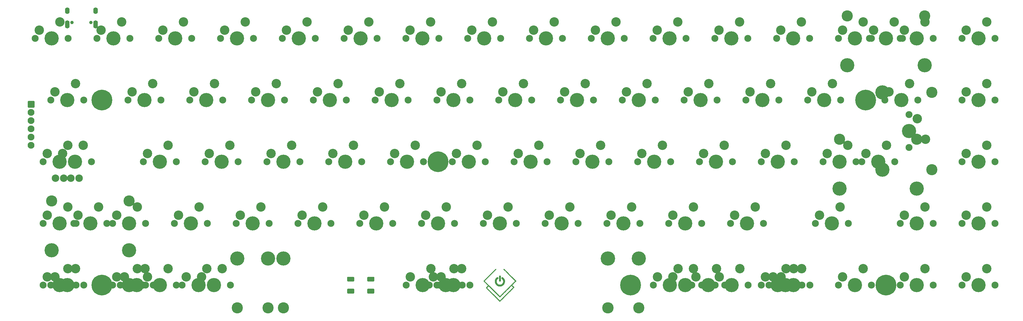
<source format=gbr>
G04 #@! TF.GenerationSoftware,KiCad,Pcbnew,(5.1.10)-1*
G04 #@! TF.CreationDate,2022-02-10T22:02:58+07:00*
G04 #@! TF.ProjectId,uso!VNC,75736f21-564e-4432-9e6b-696361645f70,rev?*
G04 #@! TF.SameCoordinates,Original*
G04 #@! TF.FileFunction,Soldermask,Top*
G04 #@! TF.FilePolarity,Negative*
%FSLAX46Y46*%
G04 Gerber Fmt 4.6, Leading zero omitted, Abs format (unit mm)*
G04 Created by KiCad (PCBNEW (5.1.10)-1) date 2022-02-10 22:02:58*
%MOMM*%
%LPD*%
G01*
G04 APERTURE LIST*
%ADD10C,0.010000*%
%ADD11C,2.900000*%
%ADD12C,4.387800*%
%ADD13C,2.150000*%
%ADD14C,2.100000*%
%ADD15C,3.448000*%
%ADD16C,2.305000*%
%ADD17C,1.050000*%
%ADD18O,1.400000X2.500000*%
%ADD19O,1.400000X2.000000*%
%ADD20C,6.400000*%
%ADD21C,1.400000*%
G04 APERTURE END LIST*
D10*
G36*
X195311213Y-111339044D02*
G01*
X195353120Y-111350503D01*
X195364380Y-111355063D01*
X195407514Y-111379683D01*
X195446013Y-111412566D01*
X195477900Y-111451539D01*
X195501199Y-111494427D01*
X195507877Y-111512855D01*
X195509608Y-111518691D01*
X195511156Y-111524799D01*
X195512530Y-111531818D01*
X195513741Y-111540386D01*
X195514799Y-111551143D01*
X195515713Y-111564727D01*
X195516495Y-111581778D01*
X195517154Y-111602934D01*
X195517701Y-111628835D01*
X195518145Y-111660120D01*
X195518496Y-111697427D01*
X195518765Y-111741395D01*
X195518963Y-111792664D01*
X195519098Y-111851873D01*
X195519182Y-111919660D01*
X195519223Y-111996664D01*
X195519234Y-112083526D01*
X195519223Y-112180882D01*
X195519214Y-112227220D01*
X195519143Y-112335969D01*
X195518979Y-112436665D01*
X195518724Y-112528980D01*
X195518381Y-112612591D01*
X195517953Y-112687172D01*
X195517443Y-112752399D01*
X195516852Y-112807946D01*
X195516184Y-112853490D01*
X195515442Y-112888704D01*
X195514627Y-112913265D01*
X195513744Y-112926846D01*
X195513424Y-112928922D01*
X195499752Y-112969703D01*
X195477571Y-113007966D01*
X195449467Y-113041995D01*
X195418240Y-113072059D01*
X195387768Y-113093720D01*
X195354629Y-113109202D01*
X195337093Y-113114996D01*
X195304288Y-113121462D01*
X195266508Y-113123847D01*
X195228394Y-113122201D01*
X195194592Y-113116570D01*
X195183812Y-113113386D01*
X195136660Y-113091253D01*
X195095026Y-113060075D01*
X195060186Y-113021401D01*
X195033421Y-112976783D01*
X195016010Y-112927772D01*
X195011528Y-112904427D01*
X195010639Y-112892332D01*
X195009825Y-112869744D01*
X195009086Y-112837577D01*
X195008422Y-112796746D01*
X195007833Y-112748165D01*
X195007319Y-112692748D01*
X195006879Y-112631410D01*
X195006514Y-112565065D01*
X195006223Y-112494628D01*
X195006007Y-112421012D01*
X195005865Y-112345132D01*
X195005798Y-112267902D01*
X195005805Y-112190237D01*
X195005886Y-112113052D01*
X195006041Y-112037259D01*
X195006270Y-111963775D01*
X195006574Y-111893512D01*
X195006951Y-111827386D01*
X195007403Y-111766311D01*
X195007928Y-111711201D01*
X195008527Y-111662970D01*
X195009200Y-111622533D01*
X195009946Y-111590804D01*
X195010766Y-111568698D01*
X195011623Y-111557371D01*
X195024568Y-111505896D01*
X195047281Y-111458931D01*
X195078611Y-111417654D01*
X195117405Y-111383247D01*
X195162511Y-111356889D01*
X195212779Y-111339760D01*
X195226757Y-111336928D01*
X195267426Y-111334300D01*
X195311213Y-111339044D01*
G37*
X195311213Y-111339044D02*
X195353120Y-111350503D01*
X195364380Y-111355063D01*
X195407514Y-111379683D01*
X195446013Y-111412566D01*
X195477900Y-111451539D01*
X195501199Y-111494427D01*
X195507877Y-111512855D01*
X195509608Y-111518691D01*
X195511156Y-111524799D01*
X195512530Y-111531818D01*
X195513741Y-111540386D01*
X195514799Y-111551143D01*
X195515713Y-111564727D01*
X195516495Y-111581778D01*
X195517154Y-111602934D01*
X195517701Y-111628835D01*
X195518145Y-111660120D01*
X195518496Y-111697427D01*
X195518765Y-111741395D01*
X195518963Y-111792664D01*
X195519098Y-111851873D01*
X195519182Y-111919660D01*
X195519223Y-111996664D01*
X195519234Y-112083526D01*
X195519223Y-112180882D01*
X195519214Y-112227220D01*
X195519143Y-112335969D01*
X195518979Y-112436665D01*
X195518724Y-112528980D01*
X195518381Y-112612591D01*
X195517953Y-112687172D01*
X195517443Y-112752399D01*
X195516852Y-112807946D01*
X195516184Y-112853490D01*
X195515442Y-112888704D01*
X195514627Y-112913265D01*
X195513744Y-112926846D01*
X195513424Y-112928922D01*
X195499752Y-112969703D01*
X195477571Y-113007966D01*
X195449467Y-113041995D01*
X195418240Y-113072059D01*
X195387768Y-113093720D01*
X195354629Y-113109202D01*
X195337093Y-113114996D01*
X195304288Y-113121462D01*
X195266508Y-113123847D01*
X195228394Y-113122201D01*
X195194592Y-113116570D01*
X195183812Y-113113386D01*
X195136660Y-113091253D01*
X195095026Y-113060075D01*
X195060186Y-113021401D01*
X195033421Y-112976783D01*
X195016010Y-112927772D01*
X195011528Y-112904427D01*
X195010639Y-112892332D01*
X195009825Y-112869744D01*
X195009086Y-112837577D01*
X195008422Y-112796746D01*
X195007833Y-112748165D01*
X195007319Y-112692748D01*
X195006879Y-112631410D01*
X195006514Y-112565065D01*
X195006223Y-112494628D01*
X195006007Y-112421012D01*
X195005865Y-112345132D01*
X195005798Y-112267902D01*
X195005805Y-112190237D01*
X195005886Y-112113052D01*
X195006041Y-112037259D01*
X195006270Y-111963775D01*
X195006574Y-111893512D01*
X195006951Y-111827386D01*
X195007403Y-111766311D01*
X195007928Y-111711201D01*
X195008527Y-111662970D01*
X195009200Y-111622533D01*
X195009946Y-111590804D01*
X195010766Y-111568698D01*
X195011623Y-111557371D01*
X195024568Y-111505896D01*
X195047281Y-111458931D01*
X195078611Y-111417654D01*
X195117405Y-111383247D01*
X195162511Y-111356889D01*
X195212779Y-111339760D01*
X195226757Y-111336928D01*
X195267426Y-111334300D01*
X195311213Y-111339044D01*
G36*
X196092158Y-111855102D02*
G01*
X196140334Y-111872344D01*
X196165424Y-111886614D01*
X196196537Y-111908184D01*
X196232134Y-111935801D01*
X196270676Y-111968212D01*
X196310624Y-112004166D01*
X196350441Y-112042407D01*
X196355829Y-112047785D01*
X196425765Y-112121794D01*
X196487099Y-112195487D01*
X196541935Y-112271789D01*
X196592373Y-112353627D01*
X196640515Y-112443927D01*
X196640932Y-112444762D01*
X196694040Y-112563882D01*
X196736510Y-112686606D01*
X196768267Y-112812213D01*
X196789235Y-112939979D01*
X196799340Y-113069182D01*
X196798506Y-113199098D01*
X196786658Y-113329006D01*
X196763722Y-113458182D01*
X196751432Y-113509461D01*
X196720133Y-113612821D01*
X196679472Y-113717928D01*
X196630694Y-113822304D01*
X196575043Y-113923474D01*
X196513763Y-114018959D01*
X196457607Y-114094517D01*
X196430696Y-114126317D01*
X196397336Y-114162794D01*
X196359987Y-114201490D01*
X196321110Y-114239944D01*
X196283165Y-114275696D01*
X196248611Y-114306285D01*
X196232837Y-114319306D01*
X196140067Y-114387486D01*
X196040147Y-114449970D01*
X195935116Y-114505787D01*
X195827013Y-114553967D01*
X195717876Y-114593541D01*
X195609744Y-114623538D01*
X195579286Y-114630221D01*
X195501515Y-114643845D01*
X195418890Y-114654007D01*
X195334949Y-114660460D01*
X195253225Y-114662961D01*
X195177256Y-114661264D01*
X195153577Y-114659704D01*
X195033296Y-114645638D01*
X194915826Y-114622281D01*
X194801505Y-114590175D01*
X194676887Y-114544511D01*
X194558161Y-114489302D01*
X194445705Y-114424998D01*
X194339897Y-114352049D01*
X194241117Y-114270908D01*
X194149743Y-114182025D01*
X194066154Y-114085849D01*
X193990727Y-113982833D01*
X193923843Y-113873427D01*
X193865878Y-113758082D01*
X193817212Y-113637248D01*
X193778224Y-113511376D01*
X193749291Y-113380917D01*
X193740510Y-113326809D01*
X193735915Y-113285378D01*
X193732666Y-113235465D01*
X193730764Y-113179926D01*
X193730210Y-113121615D01*
X193731005Y-113063388D01*
X193733148Y-113008099D01*
X193736642Y-112958604D01*
X193740416Y-112925046D01*
X193764325Y-112793329D01*
X193798855Y-112665189D01*
X193843773Y-112541183D01*
X193898844Y-112421870D01*
X193963836Y-112307807D01*
X194038513Y-112199551D01*
X194051675Y-112182382D01*
X194083256Y-112143955D01*
X194119510Y-112103511D01*
X194158986Y-112062386D01*
X194200235Y-112021915D01*
X194241806Y-111983434D01*
X194282249Y-111948279D01*
X194320115Y-111917785D01*
X194353954Y-111893288D01*
X194382315Y-111876123D01*
X194386342Y-111874101D01*
X194435992Y-111856136D01*
X194487494Y-111848753D01*
X194539104Y-111851777D01*
X194589080Y-111865035D01*
X194635680Y-111888356D01*
X194653152Y-111900591D01*
X194677681Y-111923757D01*
X194701780Y-111954093D01*
X194722659Y-111987604D01*
X194737526Y-112020291D01*
X194738309Y-112022562D01*
X194748596Y-112070032D01*
X194749442Y-112120390D01*
X194741241Y-112170730D01*
X194724384Y-112218141D01*
X194707900Y-112247646D01*
X194694887Y-112263946D01*
X194675978Y-112283567D01*
X194654520Y-112303123D01*
X194646404Y-112309826D01*
X194613915Y-112337438D01*
X194577950Y-112370766D01*
X194540690Y-112407555D01*
X194504312Y-112445549D01*
X194470994Y-112482492D01*
X194442915Y-112516130D01*
X194427708Y-112536270D01*
X194379567Y-112611913D01*
X194336713Y-112695109D01*
X194300501Y-112782693D01*
X194272285Y-112871503D01*
X194257964Y-112932967D01*
X194250268Y-112982961D01*
X194244895Y-113040241D01*
X194241994Y-113100888D01*
X194241716Y-113160981D01*
X194244211Y-113216601D01*
X194246263Y-113238987D01*
X194263426Y-113343767D01*
X194291448Y-113445734D01*
X194329966Y-113544156D01*
X194378614Y-113638298D01*
X194437028Y-113727425D01*
X194504843Y-113810805D01*
X194557475Y-113865130D01*
X194635650Y-113932579D01*
X194721440Y-113992397D01*
X194813346Y-114043827D01*
X194909868Y-114086110D01*
X195009506Y-114118487D01*
X195096971Y-114137906D01*
X195131368Y-114142426D01*
X195173725Y-114145727D01*
X195221051Y-114147780D01*
X195270352Y-114148554D01*
X195318636Y-114148020D01*
X195362911Y-114146149D01*
X195400184Y-114142912D01*
X195413758Y-114141020D01*
X195520608Y-114118107D01*
X195623274Y-114085010D01*
X195721098Y-114042163D01*
X195813422Y-113990003D01*
X195899587Y-113928965D01*
X195978935Y-113859483D01*
X196050808Y-113781994D01*
X196114546Y-113696932D01*
X196135969Y-113663573D01*
X196155672Y-113629138D01*
X196176969Y-113587923D01*
X196198049Y-113543762D01*
X196217099Y-113500490D01*
X196232309Y-113461943D01*
X196235586Y-113452658D01*
X196264028Y-113351899D01*
X196281660Y-113248865D01*
X196288590Y-113144611D01*
X196284924Y-113040197D01*
X196270771Y-112936678D01*
X196246239Y-112835114D01*
X196211434Y-112736560D01*
X196166466Y-112642076D01*
X196150066Y-112613075D01*
X196104174Y-112541215D01*
X196054424Y-112475841D01*
X195998629Y-112414409D01*
X195934601Y-112354374D01*
X195908558Y-112332148D01*
X195883592Y-112310603D01*
X195860137Y-112289070D01*
X195840463Y-112269722D01*
X195826841Y-112254731D01*
X195824512Y-112251735D01*
X195801816Y-112212182D01*
X195786294Y-112166808D01*
X195778604Y-112118975D01*
X195779405Y-112072048D01*
X195784170Y-112045984D01*
X195802461Y-111995376D01*
X195829030Y-111951190D01*
X195862623Y-111914035D01*
X195901990Y-111884523D01*
X195945879Y-111863264D01*
X195993038Y-111850867D01*
X196042215Y-111847943D01*
X196092158Y-111855102D01*
G37*
X196092158Y-111855102D02*
X196140334Y-111872344D01*
X196165424Y-111886614D01*
X196196537Y-111908184D01*
X196232134Y-111935801D01*
X196270676Y-111968212D01*
X196310624Y-112004166D01*
X196350441Y-112042407D01*
X196355829Y-112047785D01*
X196425765Y-112121794D01*
X196487099Y-112195487D01*
X196541935Y-112271789D01*
X196592373Y-112353627D01*
X196640515Y-112443927D01*
X196640932Y-112444762D01*
X196694040Y-112563882D01*
X196736510Y-112686606D01*
X196768267Y-112812213D01*
X196789235Y-112939979D01*
X196799340Y-113069182D01*
X196798506Y-113199098D01*
X196786658Y-113329006D01*
X196763722Y-113458182D01*
X196751432Y-113509461D01*
X196720133Y-113612821D01*
X196679472Y-113717928D01*
X196630694Y-113822304D01*
X196575043Y-113923474D01*
X196513763Y-114018959D01*
X196457607Y-114094517D01*
X196430696Y-114126317D01*
X196397336Y-114162794D01*
X196359987Y-114201490D01*
X196321110Y-114239944D01*
X196283165Y-114275696D01*
X196248611Y-114306285D01*
X196232837Y-114319306D01*
X196140067Y-114387486D01*
X196040147Y-114449970D01*
X195935116Y-114505787D01*
X195827013Y-114553967D01*
X195717876Y-114593541D01*
X195609744Y-114623538D01*
X195579286Y-114630221D01*
X195501515Y-114643845D01*
X195418890Y-114654007D01*
X195334949Y-114660460D01*
X195253225Y-114662961D01*
X195177256Y-114661264D01*
X195153577Y-114659704D01*
X195033296Y-114645638D01*
X194915826Y-114622281D01*
X194801505Y-114590175D01*
X194676887Y-114544511D01*
X194558161Y-114489302D01*
X194445705Y-114424998D01*
X194339897Y-114352049D01*
X194241117Y-114270908D01*
X194149743Y-114182025D01*
X194066154Y-114085849D01*
X193990727Y-113982833D01*
X193923843Y-113873427D01*
X193865878Y-113758082D01*
X193817212Y-113637248D01*
X193778224Y-113511376D01*
X193749291Y-113380917D01*
X193740510Y-113326809D01*
X193735915Y-113285378D01*
X193732666Y-113235465D01*
X193730764Y-113179926D01*
X193730210Y-113121615D01*
X193731005Y-113063388D01*
X193733148Y-113008099D01*
X193736642Y-112958604D01*
X193740416Y-112925046D01*
X193764325Y-112793329D01*
X193798855Y-112665189D01*
X193843773Y-112541183D01*
X193898844Y-112421870D01*
X193963836Y-112307807D01*
X194038513Y-112199551D01*
X194051675Y-112182382D01*
X194083256Y-112143955D01*
X194119510Y-112103511D01*
X194158986Y-112062386D01*
X194200235Y-112021915D01*
X194241806Y-111983434D01*
X194282249Y-111948279D01*
X194320115Y-111917785D01*
X194353954Y-111893288D01*
X194382315Y-111876123D01*
X194386342Y-111874101D01*
X194435992Y-111856136D01*
X194487494Y-111848753D01*
X194539104Y-111851777D01*
X194589080Y-111865035D01*
X194635680Y-111888356D01*
X194653152Y-111900591D01*
X194677681Y-111923757D01*
X194701780Y-111954093D01*
X194722659Y-111987604D01*
X194737526Y-112020291D01*
X194738309Y-112022562D01*
X194748596Y-112070032D01*
X194749442Y-112120390D01*
X194741241Y-112170730D01*
X194724384Y-112218141D01*
X194707900Y-112247646D01*
X194694887Y-112263946D01*
X194675978Y-112283567D01*
X194654520Y-112303123D01*
X194646404Y-112309826D01*
X194613915Y-112337438D01*
X194577950Y-112370766D01*
X194540690Y-112407555D01*
X194504312Y-112445549D01*
X194470994Y-112482492D01*
X194442915Y-112516130D01*
X194427708Y-112536270D01*
X194379567Y-112611913D01*
X194336713Y-112695109D01*
X194300501Y-112782693D01*
X194272285Y-112871503D01*
X194257964Y-112932967D01*
X194250268Y-112982961D01*
X194244895Y-113040241D01*
X194241994Y-113100888D01*
X194241716Y-113160981D01*
X194244211Y-113216601D01*
X194246263Y-113238987D01*
X194263426Y-113343767D01*
X194291448Y-113445734D01*
X194329966Y-113544156D01*
X194378614Y-113638298D01*
X194437028Y-113727425D01*
X194504843Y-113810805D01*
X194557475Y-113865130D01*
X194635650Y-113932579D01*
X194721440Y-113992397D01*
X194813346Y-114043827D01*
X194909868Y-114086110D01*
X195009506Y-114118487D01*
X195096971Y-114137906D01*
X195131368Y-114142426D01*
X195173725Y-114145727D01*
X195221051Y-114147780D01*
X195270352Y-114148554D01*
X195318636Y-114148020D01*
X195362911Y-114146149D01*
X195400184Y-114142912D01*
X195413758Y-114141020D01*
X195520608Y-114118107D01*
X195623274Y-114085010D01*
X195721098Y-114042163D01*
X195813422Y-113990003D01*
X195899587Y-113928965D01*
X195978935Y-113859483D01*
X196050808Y-113781994D01*
X196114546Y-113696932D01*
X196135969Y-113663573D01*
X196155672Y-113629138D01*
X196176969Y-113587923D01*
X196198049Y-113543762D01*
X196217099Y-113500490D01*
X196232309Y-113461943D01*
X196235586Y-113452658D01*
X196264028Y-113351899D01*
X196281660Y-113248865D01*
X196288590Y-113144611D01*
X196284924Y-113040197D01*
X196270771Y-112936678D01*
X196246239Y-112835114D01*
X196211434Y-112736560D01*
X196166466Y-112642076D01*
X196150066Y-112613075D01*
X196104174Y-112541215D01*
X196054424Y-112475841D01*
X195998629Y-112414409D01*
X195934601Y-112354374D01*
X195908558Y-112332148D01*
X195883592Y-112310603D01*
X195860137Y-112289070D01*
X195840463Y-112269722D01*
X195826841Y-112254731D01*
X195824512Y-112251735D01*
X195801816Y-112212182D01*
X195786294Y-112166808D01*
X195778604Y-112118975D01*
X195779405Y-112072048D01*
X195784170Y-112045984D01*
X195802461Y-111995376D01*
X195829030Y-111951190D01*
X195862623Y-111914035D01*
X195901990Y-111884523D01*
X195945879Y-111863264D01*
X195993038Y-111850867D01*
X196042215Y-111847943D01*
X196092158Y-111855102D01*
G36*
X194025230Y-109267902D02*
G01*
X194057823Y-109279028D01*
X194085891Y-109298784D01*
X194099819Y-109314930D01*
X194113091Y-109342270D01*
X194119683Y-109374643D01*
X194118926Y-109407380D01*
X194115330Y-109423235D01*
X194113663Y-109426153D01*
X194109711Y-109431289D01*
X194103270Y-109438849D01*
X194094137Y-109449038D01*
X194082107Y-109462062D01*
X194066977Y-109478127D01*
X194048543Y-109497438D01*
X194026601Y-109520202D01*
X194000947Y-109546624D01*
X193971377Y-109576909D01*
X193937687Y-109611264D01*
X193899673Y-109649895D01*
X193857131Y-109693006D01*
X193809857Y-109740805D01*
X193757648Y-109793495D01*
X193700299Y-109851284D01*
X193637607Y-109914377D01*
X193569367Y-109982980D01*
X193495376Y-110057298D01*
X193415430Y-110137538D01*
X193329324Y-110223904D01*
X193236855Y-110316603D01*
X193137819Y-110415841D01*
X193032012Y-110521823D01*
X192919230Y-110634754D01*
X192799269Y-110754842D01*
X192671925Y-110882290D01*
X192536994Y-111017306D01*
X192394273Y-111160095D01*
X192332347Y-111222045D01*
X190556387Y-112998628D01*
X195265357Y-117707598D01*
X197619847Y-115353103D01*
X199974336Y-112998608D01*
X198201163Y-111224889D01*
X198081849Y-111105516D01*
X197964548Y-110988116D01*
X197849520Y-110872948D01*
X197737025Y-110760274D01*
X197627323Y-110650357D01*
X197520673Y-110543456D01*
X197417335Y-110439833D01*
X197317569Y-110339750D01*
X197221636Y-110243467D01*
X197129794Y-110151246D01*
X197042304Y-110063349D01*
X196959425Y-109980036D01*
X196881417Y-109901570D01*
X196808540Y-109828210D01*
X196741055Y-109760219D01*
X196679220Y-109697857D01*
X196623295Y-109641387D01*
X196573540Y-109591069D01*
X196530216Y-109547165D01*
X196493582Y-109509935D01*
X196463897Y-109479642D01*
X196441422Y-109456546D01*
X196426417Y-109440909D01*
X196419140Y-109432992D01*
X196418477Y-109432113D01*
X196409804Y-109402908D01*
X196409757Y-109370487D01*
X196417671Y-109338267D01*
X196432880Y-109309667D01*
X196444977Y-109295902D01*
X196472095Y-109277926D01*
X196504404Y-109267957D01*
X196538511Y-109266479D01*
X196571020Y-109273976D01*
X196577787Y-109276959D01*
X196583227Y-109281335D01*
X196595336Y-109292434D01*
X196614176Y-109310321D01*
X196639812Y-109335058D01*
X196672309Y-109366710D01*
X196711731Y-109405341D01*
X196758140Y-109451013D01*
X196811603Y-109503791D01*
X196872182Y-109563739D01*
X196939942Y-109630919D01*
X197014947Y-109705396D01*
X197097261Y-109787234D01*
X197186948Y-109876497D01*
X197284072Y-109973247D01*
X197388698Y-110077548D01*
X197500889Y-110189465D01*
X197620709Y-110309062D01*
X197748223Y-110436401D01*
X197883495Y-110571546D01*
X198026588Y-110714561D01*
X198177568Y-110865511D01*
X198336497Y-111024458D01*
X198425474Y-111113464D01*
X200249954Y-112938675D01*
X200256841Y-112968641D01*
X200260726Y-112993328D01*
X200259331Y-113016072D01*
X200256814Y-113028573D01*
X200255784Y-113032725D01*
X200254402Y-113036934D01*
X200252280Y-113041603D01*
X200249033Y-113047134D01*
X200244273Y-113053926D01*
X200237615Y-113062383D01*
X200228672Y-113072906D01*
X200217058Y-113085895D01*
X200202386Y-113101754D01*
X200184271Y-113120882D01*
X200162324Y-113143682D01*
X200136161Y-113170556D01*
X200105395Y-113201904D01*
X200069639Y-113238129D01*
X200028507Y-113279631D01*
X199981613Y-113326812D01*
X199928570Y-113380075D01*
X199868991Y-113439819D01*
X199802491Y-113506448D01*
X199728683Y-113580362D01*
X199649877Y-113659263D01*
X199049853Y-114259987D01*
X199355803Y-114566814D01*
X199412871Y-114624067D01*
X199462408Y-114673837D01*
X199504959Y-114716707D01*
X199541070Y-114753259D01*
X199571288Y-114784079D01*
X199596157Y-114809750D01*
X199616224Y-114830855D01*
X199632034Y-114847978D01*
X199644132Y-114861703D01*
X199653065Y-114872613D01*
X199659378Y-114881293D01*
X199663617Y-114888324D01*
X199666327Y-114894292D01*
X199668055Y-114899780D01*
X199668400Y-114901155D01*
X199672042Y-114935559D01*
X199666914Y-114968436D01*
X199660728Y-114983894D01*
X199656316Y-114988702D01*
X199644066Y-115001345D01*
X199624210Y-115021587D01*
X199596985Y-115049195D01*
X199562624Y-115083931D01*
X199521363Y-115125560D01*
X199473436Y-115173848D01*
X199419077Y-115228559D01*
X199358521Y-115289458D01*
X199292004Y-115356308D01*
X199219758Y-115428875D01*
X199142020Y-115506924D01*
X199059023Y-115590218D01*
X198971002Y-115678523D01*
X198878193Y-115771603D01*
X198780829Y-115869223D01*
X198679145Y-115971148D01*
X198573375Y-116077141D01*
X198463755Y-116186968D01*
X198350519Y-116300394D01*
X198233902Y-116417182D01*
X198114137Y-116537098D01*
X197991461Y-116659906D01*
X197866107Y-116785371D01*
X197738310Y-116913257D01*
X197608304Y-117043330D01*
X197493918Y-117157755D01*
X197318704Y-117332999D01*
X197151460Y-117500236D01*
X196992102Y-117659550D01*
X196840548Y-117811023D01*
X196696713Y-117954739D01*
X196560513Y-118090782D01*
X196431865Y-118219234D01*
X196310685Y-118340180D01*
X196196889Y-118453701D01*
X196090394Y-118559882D01*
X195991116Y-118658806D01*
X195898971Y-118750557D01*
X195813874Y-118835216D01*
X195735744Y-118912868D01*
X195664495Y-118983597D01*
X195600045Y-119047484D01*
X195542309Y-119104615D01*
X195491203Y-119155071D01*
X195446644Y-119198936D01*
X195408549Y-119236294D01*
X195376833Y-119267227D01*
X195351412Y-119291820D01*
X195332204Y-119310155D01*
X195319124Y-119322315D01*
X195312088Y-119328385D01*
X195311016Y-119329096D01*
X195279210Y-119338026D01*
X195243739Y-119337585D01*
X195222544Y-119332942D01*
X195219478Y-119330961D01*
X195213330Y-119325847D01*
X195203927Y-119317427D01*
X195191097Y-119305530D01*
X195174666Y-119289985D01*
X195154462Y-119270619D01*
X195130312Y-119247261D01*
X195102044Y-119219739D01*
X195069483Y-119187882D01*
X195032458Y-119151518D01*
X194990795Y-119110475D01*
X194944322Y-119064582D01*
X194892865Y-119013668D01*
X194836253Y-118957560D01*
X194774312Y-118896087D01*
X194706869Y-118829077D01*
X194633751Y-118756359D01*
X194554786Y-118677760D01*
X194469801Y-118593111D01*
X194378622Y-118502238D01*
X194281078Y-118404970D01*
X194176995Y-118301136D01*
X194066200Y-118190563D01*
X193948520Y-118073081D01*
X193823783Y-117948518D01*
X193691816Y-117816701D01*
X193552446Y-117677460D01*
X193405500Y-117530623D01*
X193250805Y-117376018D01*
X193117746Y-117243019D01*
X192984698Y-117110005D01*
X192854037Y-116979341D01*
X192725990Y-116851253D01*
X192600785Y-116725969D01*
X192478646Y-116603718D01*
X192359803Y-116484727D01*
X192244480Y-116369224D01*
X192132906Y-116257436D01*
X192025306Y-116149592D01*
X191921908Y-116045920D01*
X191822939Y-115946646D01*
X191728625Y-115851999D01*
X191639194Y-115762207D01*
X191554871Y-115677498D01*
X191475885Y-115598098D01*
X191402461Y-115524237D01*
X191334826Y-115456142D01*
X191273208Y-115394041D01*
X191217833Y-115338161D01*
X191168928Y-115288731D01*
X191126720Y-115245977D01*
X191091435Y-115210129D01*
X191063301Y-115181413D01*
X191042544Y-115160058D01*
X191029391Y-115146291D01*
X191024069Y-115140341D01*
X191023980Y-115140192D01*
X191012795Y-115105418D01*
X191012732Y-115087691D01*
X191298398Y-115087691D01*
X193279022Y-117068413D01*
X193405081Y-117194463D01*
X193529126Y-117318468D01*
X193650914Y-117440185D01*
X193770198Y-117559370D01*
X193886734Y-117675779D01*
X194000278Y-117789169D01*
X194110584Y-117899294D01*
X194217408Y-118005913D01*
X194320505Y-118108780D01*
X194419630Y-118207652D01*
X194514538Y-118302285D01*
X194604985Y-118392436D01*
X194690727Y-118477859D01*
X194771517Y-118558313D01*
X194847111Y-118633552D01*
X194917265Y-118703333D01*
X194981734Y-118767412D01*
X195040272Y-118825546D01*
X195092636Y-118877489D01*
X195138580Y-118923000D01*
X195177860Y-118961833D01*
X195210231Y-118993745D01*
X195235447Y-119018492D01*
X195253265Y-119035830D01*
X195263439Y-119045515D01*
X195265902Y-119047613D01*
X195270288Y-119043517D01*
X195282499Y-119031582D01*
X195302294Y-119012047D01*
X195329433Y-118985152D01*
X195363677Y-118951136D01*
X195404785Y-118910240D01*
X195452517Y-118862704D01*
X195506634Y-118808768D01*
X195566894Y-118748670D01*
X195633058Y-118682652D01*
X195704886Y-118610952D01*
X195782137Y-118533812D01*
X195864573Y-118451470D01*
X195951951Y-118364167D01*
X196044033Y-118272142D01*
X196140579Y-118175636D01*
X196241348Y-118074887D01*
X196346099Y-117970137D01*
X196454594Y-117861625D01*
X196566592Y-117749590D01*
X196681853Y-117634273D01*
X196800137Y-117515913D01*
X196921203Y-117394750D01*
X197044812Y-117271025D01*
X197170723Y-117144977D01*
X197298697Y-117016845D01*
X197327496Y-116988008D01*
X199382834Y-114929927D01*
X199132049Y-114679191D01*
X198881265Y-114428455D01*
X197107556Y-116201967D01*
X196951708Y-116357780D01*
X196803792Y-116505623D01*
X196663689Y-116645615D01*
X196531278Y-116777876D01*
X196406438Y-116902527D01*
X196289049Y-117019687D01*
X196178989Y-117129477D01*
X196076138Y-117232015D01*
X195980376Y-117327421D01*
X195891581Y-117415817D01*
X195809633Y-117497321D01*
X195734411Y-117572053D01*
X195665795Y-117640134D01*
X195603663Y-117701683D01*
X195547895Y-117756820D01*
X195498370Y-117805664D01*
X195454968Y-117848337D01*
X195417568Y-117884957D01*
X195386049Y-117915644D01*
X195360290Y-117940519D01*
X195340170Y-117959701D01*
X195325570Y-117973311D01*
X195316368Y-117981467D01*
X195312627Y-117984234D01*
X195288311Y-117990576D01*
X195259691Y-117992753D01*
X195232400Y-117990597D01*
X195218635Y-117987018D01*
X195213445Y-117982571D01*
X195200420Y-117970273D01*
X195179788Y-117950349D01*
X195151779Y-117923029D01*
X195116623Y-117888540D01*
X195074547Y-117847110D01*
X195025781Y-117798966D01*
X194970555Y-117744336D01*
X194909097Y-117683447D01*
X194841637Y-117616528D01*
X194768403Y-117543807D01*
X194689625Y-117465510D01*
X194605531Y-117381865D01*
X194516352Y-117293101D01*
X194422315Y-117199445D01*
X194323650Y-117101125D01*
X194220586Y-116998367D01*
X194113352Y-116891401D01*
X194002178Y-116780454D01*
X193887292Y-116665753D01*
X193768923Y-116547527D01*
X193647301Y-116426002D01*
X193522655Y-116301407D01*
X193503048Y-116281804D01*
X191803528Y-114582561D01*
X191298398Y-115087691D01*
X191012732Y-115087691D01*
X191012670Y-115070385D01*
X191015923Y-115054877D01*
X191017716Y-115049372D01*
X191020549Y-115043314D01*
X191024969Y-115036120D01*
X191031520Y-115027210D01*
X191040747Y-115016003D01*
X191053195Y-115001916D01*
X191069409Y-114984370D01*
X191089935Y-114962783D01*
X191115317Y-114936573D01*
X191146100Y-114905159D01*
X191182830Y-114867961D01*
X191226052Y-114824396D01*
X191276310Y-114773884D01*
X191329108Y-114720899D01*
X191635020Y-114414045D01*
X190960326Y-113739146D01*
X190864468Y-113643206D01*
X190776558Y-113555107D01*
X190696420Y-113474671D01*
X190623879Y-113401720D01*
X190558761Y-113336074D01*
X190500888Y-113277556D01*
X190450087Y-113225986D01*
X190406181Y-113181185D01*
X190368994Y-113142976D01*
X190338353Y-113111179D01*
X190314080Y-113085615D01*
X190296002Y-113066106D01*
X190283941Y-113052474D01*
X190277723Y-113044539D01*
X190276875Y-113043026D01*
X190269127Y-113010367D01*
X190270817Y-112976054D01*
X190279084Y-112950090D01*
X190283966Y-112944223D01*
X190296623Y-112930623D01*
X190316743Y-112909603D01*
X190344016Y-112881473D01*
X190378128Y-112846545D01*
X190418770Y-112805131D01*
X190465629Y-112757542D01*
X190518393Y-112704089D01*
X190576751Y-112645084D01*
X190640392Y-112580838D01*
X190709003Y-112511662D01*
X190782274Y-112437869D01*
X190859893Y-112359769D01*
X190941547Y-112277674D01*
X191026927Y-112191895D01*
X191115719Y-112102743D01*
X191207612Y-112010531D01*
X191302296Y-111915569D01*
X191399458Y-111818170D01*
X191498786Y-111718643D01*
X191599969Y-111617302D01*
X191702696Y-111514456D01*
X191806655Y-111410418D01*
X191911535Y-111305499D01*
X192017023Y-111200011D01*
X192122808Y-111094264D01*
X192228579Y-110988570D01*
X192334024Y-110883242D01*
X192438831Y-110778589D01*
X192542690Y-110674924D01*
X192645287Y-110572558D01*
X192746313Y-110471802D01*
X192845455Y-110372967D01*
X192942401Y-110276366D01*
X193036840Y-110182310D01*
X193128461Y-110091109D01*
X193216951Y-110003076D01*
X193302000Y-109918522D01*
X193383296Y-109837758D01*
X193460527Y-109761096D01*
X193533381Y-109688847D01*
X193601547Y-109621322D01*
X193664714Y-109558833D01*
X193722570Y-109501692D01*
X193774802Y-109450209D01*
X193821101Y-109404697D01*
X193861154Y-109365466D01*
X193894649Y-109332828D01*
X193921275Y-109307094D01*
X193940720Y-109288576D01*
X193952674Y-109277586D01*
X193956642Y-109274419D01*
X193990655Y-109266126D01*
X194025230Y-109267902D01*
G37*
X194025230Y-109267902D02*
X194057823Y-109279028D01*
X194085891Y-109298784D01*
X194099819Y-109314930D01*
X194113091Y-109342270D01*
X194119683Y-109374643D01*
X194118926Y-109407380D01*
X194115330Y-109423235D01*
X194113663Y-109426153D01*
X194109711Y-109431289D01*
X194103270Y-109438849D01*
X194094137Y-109449038D01*
X194082107Y-109462062D01*
X194066977Y-109478127D01*
X194048543Y-109497438D01*
X194026601Y-109520202D01*
X194000947Y-109546624D01*
X193971377Y-109576909D01*
X193937687Y-109611264D01*
X193899673Y-109649895D01*
X193857131Y-109693006D01*
X193809857Y-109740805D01*
X193757648Y-109793495D01*
X193700299Y-109851284D01*
X193637607Y-109914377D01*
X193569367Y-109982980D01*
X193495376Y-110057298D01*
X193415430Y-110137538D01*
X193329324Y-110223904D01*
X193236855Y-110316603D01*
X193137819Y-110415841D01*
X193032012Y-110521823D01*
X192919230Y-110634754D01*
X192799269Y-110754842D01*
X192671925Y-110882290D01*
X192536994Y-111017306D01*
X192394273Y-111160095D01*
X192332347Y-111222045D01*
X190556387Y-112998628D01*
X195265357Y-117707598D01*
X197619847Y-115353103D01*
X199974336Y-112998608D01*
X198201163Y-111224889D01*
X198081849Y-111105516D01*
X197964548Y-110988116D01*
X197849520Y-110872948D01*
X197737025Y-110760274D01*
X197627323Y-110650357D01*
X197520673Y-110543456D01*
X197417335Y-110439833D01*
X197317569Y-110339750D01*
X197221636Y-110243467D01*
X197129794Y-110151246D01*
X197042304Y-110063349D01*
X196959425Y-109980036D01*
X196881417Y-109901570D01*
X196808540Y-109828210D01*
X196741055Y-109760219D01*
X196679220Y-109697857D01*
X196623295Y-109641387D01*
X196573540Y-109591069D01*
X196530216Y-109547165D01*
X196493582Y-109509935D01*
X196463897Y-109479642D01*
X196441422Y-109456546D01*
X196426417Y-109440909D01*
X196419140Y-109432992D01*
X196418477Y-109432113D01*
X196409804Y-109402908D01*
X196409757Y-109370487D01*
X196417671Y-109338267D01*
X196432880Y-109309667D01*
X196444977Y-109295902D01*
X196472095Y-109277926D01*
X196504404Y-109267957D01*
X196538511Y-109266479D01*
X196571020Y-109273976D01*
X196577787Y-109276959D01*
X196583227Y-109281335D01*
X196595336Y-109292434D01*
X196614176Y-109310321D01*
X196639812Y-109335058D01*
X196672309Y-109366710D01*
X196711731Y-109405341D01*
X196758140Y-109451013D01*
X196811603Y-109503791D01*
X196872182Y-109563739D01*
X196939942Y-109630919D01*
X197014947Y-109705396D01*
X197097261Y-109787234D01*
X197186948Y-109876497D01*
X197284072Y-109973247D01*
X197388698Y-110077548D01*
X197500889Y-110189465D01*
X197620709Y-110309062D01*
X197748223Y-110436401D01*
X197883495Y-110571546D01*
X198026588Y-110714561D01*
X198177568Y-110865511D01*
X198336497Y-111024458D01*
X198425474Y-111113464D01*
X200249954Y-112938675D01*
X200256841Y-112968641D01*
X200260726Y-112993328D01*
X200259331Y-113016072D01*
X200256814Y-113028573D01*
X200255784Y-113032725D01*
X200254402Y-113036934D01*
X200252280Y-113041603D01*
X200249033Y-113047134D01*
X200244273Y-113053926D01*
X200237615Y-113062383D01*
X200228672Y-113072906D01*
X200217058Y-113085895D01*
X200202386Y-113101754D01*
X200184271Y-113120882D01*
X200162324Y-113143682D01*
X200136161Y-113170556D01*
X200105395Y-113201904D01*
X200069639Y-113238129D01*
X200028507Y-113279631D01*
X199981613Y-113326812D01*
X199928570Y-113380075D01*
X199868991Y-113439819D01*
X199802491Y-113506448D01*
X199728683Y-113580362D01*
X199649877Y-113659263D01*
X199049853Y-114259987D01*
X199355803Y-114566814D01*
X199412871Y-114624067D01*
X199462408Y-114673837D01*
X199504959Y-114716707D01*
X199541070Y-114753259D01*
X199571288Y-114784079D01*
X199596157Y-114809750D01*
X199616224Y-114830855D01*
X199632034Y-114847978D01*
X199644132Y-114861703D01*
X199653065Y-114872613D01*
X199659378Y-114881293D01*
X199663617Y-114888324D01*
X199666327Y-114894292D01*
X199668055Y-114899780D01*
X199668400Y-114901155D01*
X199672042Y-114935559D01*
X199666914Y-114968436D01*
X199660728Y-114983894D01*
X199656316Y-114988702D01*
X199644066Y-115001345D01*
X199624210Y-115021587D01*
X199596985Y-115049195D01*
X199562624Y-115083931D01*
X199521363Y-115125560D01*
X199473436Y-115173848D01*
X199419077Y-115228559D01*
X199358521Y-115289458D01*
X199292004Y-115356308D01*
X199219758Y-115428875D01*
X199142020Y-115506924D01*
X199059023Y-115590218D01*
X198971002Y-115678523D01*
X198878193Y-115771603D01*
X198780829Y-115869223D01*
X198679145Y-115971148D01*
X198573375Y-116077141D01*
X198463755Y-116186968D01*
X198350519Y-116300394D01*
X198233902Y-116417182D01*
X198114137Y-116537098D01*
X197991461Y-116659906D01*
X197866107Y-116785371D01*
X197738310Y-116913257D01*
X197608304Y-117043330D01*
X197493918Y-117157755D01*
X197318704Y-117332999D01*
X197151460Y-117500236D01*
X196992102Y-117659550D01*
X196840548Y-117811023D01*
X196696713Y-117954739D01*
X196560513Y-118090782D01*
X196431865Y-118219234D01*
X196310685Y-118340180D01*
X196196889Y-118453701D01*
X196090394Y-118559882D01*
X195991116Y-118658806D01*
X195898971Y-118750557D01*
X195813874Y-118835216D01*
X195735744Y-118912868D01*
X195664495Y-118983597D01*
X195600045Y-119047484D01*
X195542309Y-119104615D01*
X195491203Y-119155071D01*
X195446644Y-119198936D01*
X195408549Y-119236294D01*
X195376833Y-119267227D01*
X195351412Y-119291820D01*
X195332204Y-119310155D01*
X195319124Y-119322315D01*
X195312088Y-119328385D01*
X195311016Y-119329096D01*
X195279210Y-119338026D01*
X195243739Y-119337585D01*
X195222544Y-119332942D01*
X195219478Y-119330961D01*
X195213330Y-119325847D01*
X195203927Y-119317427D01*
X195191097Y-119305530D01*
X195174666Y-119289985D01*
X195154462Y-119270619D01*
X195130312Y-119247261D01*
X195102044Y-119219739D01*
X195069483Y-119187882D01*
X195032458Y-119151518D01*
X194990795Y-119110475D01*
X194944322Y-119064582D01*
X194892865Y-119013668D01*
X194836253Y-118957560D01*
X194774312Y-118896087D01*
X194706869Y-118829077D01*
X194633751Y-118756359D01*
X194554786Y-118677760D01*
X194469801Y-118593111D01*
X194378622Y-118502238D01*
X194281078Y-118404970D01*
X194176995Y-118301136D01*
X194066200Y-118190563D01*
X193948520Y-118073081D01*
X193823783Y-117948518D01*
X193691816Y-117816701D01*
X193552446Y-117677460D01*
X193405500Y-117530623D01*
X193250805Y-117376018D01*
X193117746Y-117243019D01*
X192984698Y-117110005D01*
X192854037Y-116979341D01*
X192725990Y-116851253D01*
X192600785Y-116725969D01*
X192478646Y-116603718D01*
X192359803Y-116484727D01*
X192244480Y-116369224D01*
X192132906Y-116257436D01*
X192025306Y-116149592D01*
X191921908Y-116045920D01*
X191822939Y-115946646D01*
X191728625Y-115851999D01*
X191639194Y-115762207D01*
X191554871Y-115677498D01*
X191475885Y-115598098D01*
X191402461Y-115524237D01*
X191334826Y-115456142D01*
X191273208Y-115394041D01*
X191217833Y-115338161D01*
X191168928Y-115288731D01*
X191126720Y-115245977D01*
X191091435Y-115210129D01*
X191063301Y-115181413D01*
X191042544Y-115160058D01*
X191029391Y-115146291D01*
X191024069Y-115140341D01*
X191023980Y-115140192D01*
X191012795Y-115105418D01*
X191012732Y-115087691D01*
X191298398Y-115087691D01*
X193279022Y-117068413D01*
X193405081Y-117194463D01*
X193529126Y-117318468D01*
X193650914Y-117440185D01*
X193770198Y-117559370D01*
X193886734Y-117675779D01*
X194000278Y-117789169D01*
X194110584Y-117899294D01*
X194217408Y-118005913D01*
X194320505Y-118108780D01*
X194419630Y-118207652D01*
X194514538Y-118302285D01*
X194604985Y-118392436D01*
X194690727Y-118477859D01*
X194771517Y-118558313D01*
X194847111Y-118633552D01*
X194917265Y-118703333D01*
X194981734Y-118767412D01*
X195040272Y-118825546D01*
X195092636Y-118877489D01*
X195138580Y-118923000D01*
X195177860Y-118961833D01*
X195210231Y-118993745D01*
X195235447Y-119018492D01*
X195253265Y-119035830D01*
X195263439Y-119045515D01*
X195265902Y-119047613D01*
X195270288Y-119043517D01*
X195282499Y-119031582D01*
X195302294Y-119012047D01*
X195329433Y-118985152D01*
X195363677Y-118951136D01*
X195404785Y-118910240D01*
X195452517Y-118862704D01*
X195506634Y-118808768D01*
X195566894Y-118748670D01*
X195633058Y-118682652D01*
X195704886Y-118610952D01*
X195782137Y-118533812D01*
X195864573Y-118451470D01*
X195951951Y-118364167D01*
X196044033Y-118272142D01*
X196140579Y-118175636D01*
X196241348Y-118074887D01*
X196346099Y-117970137D01*
X196454594Y-117861625D01*
X196566592Y-117749590D01*
X196681853Y-117634273D01*
X196800137Y-117515913D01*
X196921203Y-117394750D01*
X197044812Y-117271025D01*
X197170723Y-117144977D01*
X197298697Y-117016845D01*
X197327496Y-116988008D01*
X199382834Y-114929927D01*
X199132049Y-114679191D01*
X198881265Y-114428455D01*
X197107556Y-116201967D01*
X196951708Y-116357780D01*
X196803792Y-116505623D01*
X196663689Y-116645615D01*
X196531278Y-116777876D01*
X196406438Y-116902527D01*
X196289049Y-117019687D01*
X196178989Y-117129477D01*
X196076138Y-117232015D01*
X195980376Y-117327421D01*
X195891581Y-117415817D01*
X195809633Y-117497321D01*
X195734411Y-117572053D01*
X195665795Y-117640134D01*
X195603663Y-117701683D01*
X195547895Y-117756820D01*
X195498370Y-117805664D01*
X195454968Y-117848337D01*
X195417568Y-117884957D01*
X195386049Y-117915644D01*
X195360290Y-117940519D01*
X195340170Y-117959701D01*
X195325570Y-117973311D01*
X195316368Y-117981467D01*
X195312627Y-117984234D01*
X195288311Y-117990576D01*
X195259691Y-117992753D01*
X195232400Y-117990597D01*
X195218635Y-117987018D01*
X195213445Y-117982571D01*
X195200420Y-117970273D01*
X195179788Y-117950349D01*
X195151779Y-117923029D01*
X195116623Y-117888540D01*
X195074547Y-117847110D01*
X195025781Y-117798966D01*
X194970555Y-117744336D01*
X194909097Y-117683447D01*
X194841637Y-117616528D01*
X194768403Y-117543807D01*
X194689625Y-117465510D01*
X194605531Y-117381865D01*
X194516352Y-117293101D01*
X194422315Y-117199445D01*
X194323650Y-117101125D01*
X194220586Y-116998367D01*
X194113352Y-116891401D01*
X194002178Y-116780454D01*
X193887292Y-116665753D01*
X193768923Y-116547527D01*
X193647301Y-116426002D01*
X193522655Y-116301407D01*
X193503048Y-116281804D01*
X191803528Y-114582561D01*
X191298398Y-115087691D01*
X191012732Y-115087691D01*
X191012670Y-115070385D01*
X191015923Y-115054877D01*
X191017716Y-115049372D01*
X191020549Y-115043314D01*
X191024969Y-115036120D01*
X191031520Y-115027210D01*
X191040747Y-115016003D01*
X191053195Y-115001916D01*
X191069409Y-114984370D01*
X191089935Y-114962783D01*
X191115317Y-114936573D01*
X191146100Y-114905159D01*
X191182830Y-114867961D01*
X191226052Y-114824396D01*
X191276310Y-114773884D01*
X191329108Y-114720899D01*
X191635020Y-114414045D01*
X190960326Y-113739146D01*
X190864468Y-113643206D01*
X190776558Y-113555107D01*
X190696420Y-113474671D01*
X190623879Y-113401720D01*
X190558761Y-113336074D01*
X190500888Y-113277556D01*
X190450087Y-113225986D01*
X190406181Y-113181185D01*
X190368994Y-113142976D01*
X190338353Y-113111179D01*
X190314080Y-113085615D01*
X190296002Y-113066106D01*
X190283941Y-113052474D01*
X190277723Y-113044539D01*
X190276875Y-113043026D01*
X190269127Y-113010367D01*
X190270817Y-112976054D01*
X190279084Y-112950090D01*
X190283966Y-112944223D01*
X190296623Y-112930623D01*
X190316743Y-112909603D01*
X190344016Y-112881473D01*
X190378128Y-112846545D01*
X190418770Y-112805131D01*
X190465629Y-112757542D01*
X190518393Y-112704089D01*
X190576751Y-112645084D01*
X190640392Y-112580838D01*
X190709003Y-112511662D01*
X190782274Y-112437869D01*
X190859893Y-112359769D01*
X190941547Y-112277674D01*
X191026927Y-112191895D01*
X191115719Y-112102743D01*
X191207612Y-112010531D01*
X191302296Y-111915569D01*
X191399458Y-111818170D01*
X191498786Y-111718643D01*
X191599969Y-111617302D01*
X191702696Y-111514456D01*
X191806655Y-111410418D01*
X191911535Y-111305499D01*
X192017023Y-111200011D01*
X192122808Y-111094264D01*
X192228579Y-110988570D01*
X192334024Y-110883242D01*
X192438831Y-110778589D01*
X192542690Y-110674924D01*
X192645287Y-110572558D01*
X192746313Y-110471802D01*
X192845455Y-110372967D01*
X192942401Y-110276366D01*
X193036840Y-110182310D01*
X193128461Y-110091109D01*
X193216951Y-110003076D01*
X193302000Y-109918522D01*
X193383296Y-109837758D01*
X193460527Y-109761096D01*
X193533381Y-109688847D01*
X193601547Y-109621322D01*
X193664714Y-109558833D01*
X193722570Y-109501692D01*
X193774802Y-109450209D01*
X193821101Y-109404697D01*
X193861154Y-109365466D01*
X193894649Y-109332828D01*
X193921275Y-109307094D01*
X193940720Y-109288576D01*
X193952674Y-109277586D01*
X193956642Y-109274419D01*
X193990655Y-109266126D01*
X194025230Y-109267902D01*
G36*
G01*
X156600720Y-111900640D02*
X156600720Y-113000640D01*
G75*
G02*
X156400720Y-113200640I-200000J0D01*
G01*
X154600720Y-113200640D01*
G75*
G02*
X154400720Y-113000640I0J200000D01*
G01*
X154400720Y-111900640D01*
G75*
G02*
X154600720Y-111700640I200000J0D01*
G01*
X156400720Y-111700640D01*
G75*
G02*
X156600720Y-111900640I0J-200000D01*
G01*
G37*
G36*
G01*
X150400720Y-115600640D02*
X150400720Y-116700640D01*
G75*
G02*
X150200720Y-116900640I-200000J0D01*
G01*
X148400720Y-116900640D01*
G75*
G02*
X148200720Y-116700640I0J200000D01*
G01*
X148200720Y-115600640D01*
G75*
G02*
X148400720Y-115400640I200000J0D01*
G01*
X150200720Y-115400640D01*
G75*
G02*
X150400720Y-115600640I0J-200000D01*
G01*
G37*
G36*
G01*
X156600720Y-115600640D02*
X156600720Y-116700640D01*
G75*
G02*
X156400720Y-116900640I-200000J0D01*
G01*
X154600720Y-116900640D01*
G75*
G02*
X154400720Y-116700640I0J200000D01*
G01*
X154400720Y-115600640D01*
G75*
G02*
X154600720Y-115400640I200000J0D01*
G01*
X156400720Y-115400640D01*
G75*
G02*
X156600720Y-115600640I0J-200000D01*
G01*
G37*
G36*
G01*
X150400720Y-111900640D02*
X150400720Y-113000640D01*
G75*
G02*
X150200720Y-113200640I-200000J0D01*
G01*
X148400720Y-113200640D01*
G75*
G02*
X148200720Y-113000640I0J200000D01*
G01*
X148200720Y-111900640D01*
G75*
G02*
X148400720Y-111700640I200000J0D01*
G01*
X150200720Y-111700640D01*
G75*
G02*
X150400720Y-111900640I0J-200000D01*
G01*
G37*
D11*
X83502500Y-90170000D03*
D12*
X80962500Y-95250000D03*
D11*
X77152500Y-92710000D03*
D13*
X75882500Y-95250000D03*
X86042500Y-95250000D03*
D11*
X62071250Y-90170000D03*
D12*
X59531250Y-95250000D03*
D11*
X55721250Y-92710000D03*
D13*
X54451250Y-95250000D03*
X64611250Y-95250000D03*
D14*
X50800000Y-66040000D03*
X50800000Y-63500000D03*
X50800000Y-71120000D03*
X50800000Y-68580000D03*
X50800000Y-60960000D03*
G36*
G01*
X51650000Y-59470000D02*
X49950000Y-59470000D01*
G75*
G02*
X49750000Y-59270000I0J200000D01*
G01*
X49750000Y-57570000D01*
G75*
G02*
X49950000Y-57370000I200000J0D01*
G01*
X51650000Y-57370000D01*
G75*
G02*
X51850000Y-57570000I0J-200000D01*
G01*
X51850000Y-59270000D01*
G75*
G02*
X51650000Y-59470000I-200000J0D01*
G01*
G37*
D13*
X286068680Y-114300640D03*
X275908680Y-114300640D03*
D11*
X277178680Y-111760640D03*
D12*
X280988680Y-114300640D03*
D11*
X283528680Y-109220640D03*
D13*
X257493560Y-114300640D03*
X247333560Y-114300640D03*
D11*
X248603560Y-111760640D03*
D12*
X252413560Y-114300640D03*
D11*
X254953560Y-109220640D03*
D13*
X288449940Y-114300560D03*
X278289940Y-114300560D03*
D11*
X279559940Y-111760560D03*
D12*
X283369940Y-114300560D03*
D11*
X285909940Y-109220560D03*
X262097010Y-109220560D03*
D12*
X259557010Y-114300560D03*
D11*
X255747010Y-111760560D03*
D13*
X254477010Y-114300560D03*
X264637010Y-114300560D03*
D12*
X228600720Y-106045640D03*
X114300720Y-106045640D03*
D15*
X228600720Y-121285640D03*
X114300720Y-121285640D03*
D13*
X176530720Y-114300640D03*
X166370720Y-114300640D03*
D11*
X167640720Y-111760640D03*
D12*
X171450720Y-114300640D03*
D11*
X173990720Y-109220640D03*
D12*
X238125760Y-106045560D03*
X123825760Y-106045560D03*
D15*
X238125760Y-121285560D03*
X123825760Y-121285560D03*
D13*
X186055760Y-114300560D03*
X175895760Y-114300560D03*
D11*
X177165760Y-111760560D03*
D12*
X180975760Y-114300560D03*
D11*
X183515760Y-109220560D03*
D13*
X107474180Y-114300560D03*
X97314180Y-114300560D03*
D11*
X98584180Y-111760560D03*
D12*
X102394180Y-114300560D03*
D11*
X104934180Y-109220560D03*
D13*
X86042840Y-114300560D03*
X75882840Y-114300560D03*
D11*
X77152840Y-111760560D03*
D12*
X80962840Y-114300560D03*
D11*
X83502840Y-109220560D03*
D13*
X95567880Y-114300640D03*
X85407880Y-114300640D03*
D11*
X86677880Y-111760640D03*
D12*
X90487880Y-114300640D03*
D11*
X93027880Y-109220640D03*
D13*
X66992760Y-114300640D03*
X56832760Y-114300640D03*
D11*
X58102760Y-111760640D03*
D12*
X61912760Y-114300640D03*
D11*
X64452760Y-109220640D03*
D16*
X65563750Y-81280000D03*
X63023750Y-81280000D03*
X58261250Y-81280320D03*
X60801250Y-81280320D03*
D11*
X297815000Y-52070000D03*
D12*
X295275000Y-57150000D03*
D11*
X291465000Y-54610000D03*
D13*
X290195000Y-57150000D03*
X300355000Y-57150000D03*
D11*
X326390000Y-90170000D03*
D12*
X323850000Y-95250000D03*
D11*
X320040000Y-92710000D03*
D13*
X318770000Y-95250000D03*
X328930000Y-95250000D03*
D11*
X314483750Y-71120000D03*
D12*
X311943750Y-76200000D03*
D11*
X308133750Y-73660000D03*
D13*
X306863750Y-76200000D03*
X317023750Y-76200000D03*
D15*
X300037500Y-69215000D03*
X323850000Y-69215000D03*
D12*
X300037500Y-84455000D03*
X323850000Y-84455000D03*
D11*
X274002500Y-90170000D03*
D12*
X271462500Y-95250000D03*
D11*
X267652500Y-92710000D03*
D13*
X266382500Y-95250000D03*
X276542500Y-95250000D03*
D11*
X283527500Y-71120000D03*
D12*
X280987500Y-76200000D03*
D11*
X277177500Y-73660000D03*
D13*
X275907500Y-76200000D03*
X286067500Y-76200000D03*
D11*
X300196250Y-90170000D03*
D12*
X297656250Y-95250000D03*
D11*
X293846250Y-92710000D03*
D13*
X292576250Y-95250000D03*
X302736250Y-95250000D03*
D11*
X169227500Y-71120000D03*
D12*
X166687500Y-76200000D03*
D11*
X162877500Y-73660000D03*
D13*
X161607500Y-76200000D03*
X171767500Y-76200000D03*
D11*
X93027500Y-71120000D03*
D12*
X90487500Y-76200000D03*
D11*
X86677500Y-73660000D03*
D13*
X85407500Y-76200000D03*
X95567500Y-76200000D03*
D11*
X321627500Y-52070000D03*
D12*
X319087500Y-57150000D03*
D11*
X315277500Y-54610000D03*
D13*
X314007500Y-57150000D03*
X324167500Y-57150000D03*
D11*
X145415000Y-52070000D03*
D12*
X142875000Y-57150000D03*
D11*
X139065000Y-54610000D03*
D13*
X137795000Y-57150000D03*
X147955000Y-57150000D03*
D11*
X159702500Y-90170000D03*
D12*
X157162500Y-95250000D03*
D11*
X153352500Y-92710000D03*
D13*
X152082500Y-95250000D03*
X162242500Y-95250000D03*
D11*
X131127500Y-71120000D03*
D12*
X128587500Y-76200000D03*
D11*
X124777500Y-73660000D03*
D13*
X123507500Y-76200000D03*
X133667500Y-76200000D03*
D11*
X126365000Y-52070000D03*
D12*
X123825000Y-57150000D03*
D11*
X120015000Y-54610000D03*
D13*
X118745000Y-57150000D03*
X128905000Y-57150000D03*
D11*
X207327500Y-71120000D03*
D12*
X204787500Y-76200000D03*
D11*
X200977500Y-73660000D03*
D13*
X199707500Y-76200000D03*
X209867500Y-76200000D03*
D11*
X164465000Y-52070000D03*
D12*
X161925000Y-57150000D03*
D11*
X158115000Y-54610000D03*
D13*
X156845000Y-57150000D03*
X167005000Y-57150000D03*
D11*
X226377500Y-71120000D03*
D12*
X223837500Y-76200000D03*
D11*
X220027500Y-73660000D03*
D13*
X218757500Y-76200000D03*
X228917500Y-76200000D03*
D11*
X112077500Y-71120000D03*
D12*
X109537500Y-76200000D03*
D11*
X105727500Y-73660000D03*
D13*
X104457500Y-76200000D03*
X114617500Y-76200000D03*
D11*
X150177500Y-71120000D03*
D12*
X147637500Y-76200000D03*
D11*
X143827500Y-73660000D03*
D13*
X142557500Y-76200000D03*
X152717500Y-76200000D03*
D11*
X107315000Y-52070000D03*
D12*
X104775000Y-57150000D03*
D11*
X100965000Y-54610000D03*
D13*
X99695000Y-57150000D03*
X109855000Y-57150000D03*
D11*
X240665000Y-52070000D03*
D12*
X238125000Y-57150000D03*
D11*
X234315000Y-54610000D03*
D13*
X233045000Y-57150000D03*
X243205000Y-57150000D03*
D11*
X102552500Y-90170000D03*
D12*
X100012500Y-95250000D03*
D11*
X96202500Y-92710000D03*
D13*
X94932500Y-95250000D03*
X105092500Y-95250000D03*
D11*
X178752500Y-90170000D03*
D12*
X176212500Y-95250000D03*
D11*
X172402500Y-92710000D03*
D13*
X171132500Y-95250000D03*
X181292500Y-95250000D03*
D11*
X140652500Y-90170000D03*
D12*
X138112500Y-95250000D03*
D11*
X134302500Y-92710000D03*
D13*
X133032500Y-95250000D03*
X143192500Y-95250000D03*
D11*
X245427500Y-71120000D03*
D12*
X242887500Y-76200000D03*
D11*
X239077500Y-73660000D03*
D13*
X237807500Y-76200000D03*
X247967500Y-76200000D03*
D11*
X278765000Y-52070000D03*
D12*
X276225000Y-57150000D03*
D11*
X272415000Y-54610000D03*
D13*
X271145000Y-57150000D03*
X281305000Y-57150000D03*
D11*
X216852500Y-90170000D03*
D12*
X214312500Y-95250000D03*
D11*
X210502500Y-92710000D03*
D13*
X209232500Y-95250000D03*
X219392500Y-95250000D03*
D11*
X183515000Y-52070000D03*
D12*
X180975000Y-57150000D03*
D11*
X177165000Y-54610000D03*
D13*
X175895000Y-57150000D03*
X186055000Y-57150000D03*
D11*
X259715000Y-52070000D03*
D12*
X257175000Y-57150000D03*
D11*
X253365000Y-54610000D03*
D13*
X252095000Y-57150000D03*
X262255000Y-57150000D03*
D11*
X202565000Y-52070000D03*
D12*
X200025000Y-57150000D03*
D11*
X196215000Y-54610000D03*
D13*
X194945000Y-57150000D03*
X205105000Y-57150000D03*
D11*
X264477500Y-71120000D03*
D12*
X261937500Y-76200000D03*
D11*
X258127500Y-73660000D03*
D13*
X256857500Y-76200000D03*
X267017500Y-76200000D03*
D11*
X235902500Y-90170000D03*
D12*
X233362500Y-95250000D03*
D11*
X229552500Y-92710000D03*
D13*
X228282500Y-95250000D03*
X238442500Y-95250000D03*
D11*
X121602500Y-90170000D03*
D12*
X119062500Y-95250000D03*
D11*
X115252500Y-92710000D03*
D13*
X113982500Y-95250000D03*
X124142500Y-95250000D03*
D11*
X221615000Y-52070000D03*
D12*
X219075000Y-57150000D03*
D11*
X215265000Y-54610000D03*
D13*
X213995000Y-57150000D03*
X224155000Y-57150000D03*
D11*
X254952500Y-90170000D03*
D12*
X252412500Y-95250000D03*
D11*
X248602500Y-92710000D03*
D13*
X247332500Y-95250000D03*
X257492500Y-95250000D03*
D11*
X197802500Y-90170000D03*
D12*
X195262500Y-95250000D03*
D11*
X191452500Y-92710000D03*
D13*
X190182500Y-95250000D03*
X200342500Y-95250000D03*
D11*
X188277500Y-71120000D03*
D12*
X185737500Y-76200000D03*
D11*
X181927500Y-73660000D03*
D13*
X180657500Y-76200000D03*
X190817500Y-76200000D03*
D11*
X88265000Y-52070000D03*
D12*
X85725000Y-57150000D03*
D11*
X81915000Y-54610000D03*
D13*
X80645000Y-57150000D03*
X90805000Y-57150000D03*
D11*
X302578760Y-71120960D03*
D12*
X300038760Y-76200960D03*
D11*
X296228760Y-73660960D03*
D13*
X294958760Y-76200960D03*
X305118760Y-76200960D03*
D12*
X313215100Y-54737840D03*
X313215100Y-78613840D03*
D15*
X328455100Y-54737840D03*
X328455100Y-78613840D03*
D13*
X321470100Y-71755840D03*
X321470100Y-61595840D03*
D11*
X324010100Y-62865840D03*
D12*
X321470100Y-66675840D03*
D11*
X326550100Y-69215840D03*
D13*
X112236250Y-114300000D03*
X102076250Y-114300000D03*
D11*
X103346250Y-111760000D03*
D12*
X107156250Y-114300000D03*
D11*
X109696250Y-109220000D03*
D13*
X64611250Y-114300000D03*
X54451250Y-114300000D03*
D11*
X55721250Y-111760000D03*
D12*
X59531250Y-114300000D03*
D11*
X62071250Y-109220000D03*
X66833750Y-71120000D03*
D12*
X64293750Y-76200000D03*
D11*
X60483750Y-73660000D03*
D13*
X59213750Y-76200000D03*
X69373750Y-76200000D03*
D11*
X71596250Y-90170000D03*
D12*
X69056250Y-95250000D03*
D11*
X65246250Y-92710000D03*
D13*
X63976250Y-95250000D03*
X74136250Y-95250000D03*
D15*
X57150000Y-88265000D03*
X80962500Y-88265000D03*
D12*
X57150000Y-103505000D03*
X80962500Y-103505000D03*
D11*
X62071250Y-71120320D03*
D12*
X59531250Y-76200320D03*
D11*
X55721250Y-73660320D03*
D13*
X54451250Y-76200320D03*
X64611250Y-76200320D03*
X88423750Y-114300000D03*
X78263750Y-114300000D03*
D11*
X79533750Y-111760000D03*
D12*
X83343750Y-114300000D03*
D11*
X85883750Y-109220000D03*
D17*
X69184000Y-33199400D03*
X63404000Y-33199400D03*
D18*
X61974000Y-33729400D03*
X70614000Y-33729400D03*
D19*
X61974000Y-29549400D03*
X70614000Y-29549400D03*
D11*
X326390000Y-33020000D03*
D12*
X323850000Y-38100000D03*
D11*
X320040000Y-35560000D03*
D13*
X318770000Y-38100000D03*
X328930000Y-38100000D03*
D11*
X307340000Y-33020000D03*
D12*
X304800000Y-38100000D03*
D11*
X300990000Y-35560000D03*
D13*
X299720000Y-38100000D03*
X309880000Y-38100000D03*
D11*
X288290000Y-33020000D03*
D12*
X285750000Y-38100000D03*
D11*
X281940000Y-35560000D03*
D13*
X280670000Y-38100000D03*
X290830000Y-38100000D03*
D11*
X269240000Y-33020000D03*
D12*
X266700000Y-38100000D03*
D11*
X262890000Y-35560000D03*
D13*
X261620000Y-38100000D03*
X271780000Y-38100000D03*
D11*
X250190000Y-33020000D03*
D12*
X247650000Y-38100000D03*
D11*
X243840000Y-35560000D03*
D13*
X242570000Y-38100000D03*
X252730000Y-38100000D03*
D11*
X231140000Y-33020000D03*
D12*
X228600000Y-38100000D03*
D11*
X224790000Y-35560000D03*
D13*
X223520000Y-38100000D03*
X233680000Y-38100000D03*
D11*
X212090000Y-33020000D03*
D12*
X209550000Y-38100000D03*
D11*
X205740000Y-35560000D03*
D13*
X204470000Y-38100000D03*
X214630000Y-38100000D03*
D11*
X193040000Y-33020000D03*
D12*
X190500000Y-38100000D03*
D11*
X186690000Y-35560000D03*
D13*
X185420000Y-38100000D03*
X195580000Y-38100000D03*
D11*
X173990000Y-33020000D03*
D12*
X171450000Y-38100000D03*
D11*
X167640000Y-35560000D03*
D13*
X166370000Y-38100000D03*
X176530000Y-38100000D03*
D11*
X154940000Y-33020000D03*
D12*
X152400000Y-38100000D03*
D11*
X148590000Y-35560000D03*
D13*
X147320000Y-38100000D03*
X157480000Y-38100000D03*
D11*
X135890000Y-33020000D03*
D12*
X133350000Y-38100000D03*
D11*
X129540000Y-35560000D03*
D13*
X128270000Y-38100000D03*
X138430000Y-38100000D03*
D11*
X116840000Y-33020000D03*
D12*
X114300000Y-38100000D03*
D11*
X110490000Y-35560000D03*
D13*
X109220000Y-38100000D03*
X119380000Y-38100000D03*
D11*
X97790000Y-33020000D03*
D12*
X95250000Y-38100000D03*
D11*
X91440000Y-35560000D03*
D13*
X90170000Y-38100000D03*
X100330000Y-38100000D03*
D11*
X78740000Y-33020000D03*
D12*
X76200000Y-38100000D03*
D11*
X72390000Y-35560000D03*
D13*
X71120000Y-38100000D03*
X81280000Y-38100000D03*
D11*
X59690000Y-33020032D03*
D12*
X57150000Y-38100032D03*
D11*
X53340000Y-35560032D03*
D13*
X52070000Y-38100032D03*
X62230000Y-38100032D03*
D11*
X64452500Y-52070000D03*
D12*
X61912500Y-57150000D03*
D11*
X58102500Y-54610000D03*
D13*
X56832500Y-57150000D03*
X66992500Y-57150000D03*
D12*
X228593650Y-106045000D03*
X128593850Y-106045000D03*
D15*
X228593650Y-121285000D03*
X128593850Y-121285000D03*
D13*
X183673750Y-114300000D03*
X173513750Y-114300000D03*
D11*
X174783750Y-111760000D03*
D12*
X178593750Y-114300000D03*
D11*
X181133750Y-109220000D03*
X288291200Y-109221440D03*
D12*
X285751200Y-114301440D03*
D11*
X281941200Y-111761440D03*
D13*
X280671200Y-114301440D03*
X290831200Y-114301440D03*
D11*
X269241120Y-109221440D03*
D12*
X266701120Y-114301440D03*
D11*
X262891120Y-111761440D03*
D13*
X261621120Y-114301440D03*
X271781120Y-114301440D03*
X252731040Y-114301440D03*
X242571040Y-114301440D03*
D11*
X243841040Y-111761440D03*
D12*
X247651040Y-114301440D03*
D11*
X250191040Y-109221440D03*
X307340000Y-109220000D03*
D12*
X304800000Y-114300000D03*
D11*
X300990000Y-111760000D03*
D13*
X299720000Y-114300000D03*
X309880000Y-114300000D03*
D11*
X345440000Y-33020000D03*
D12*
X342900000Y-38100000D03*
D11*
X339090000Y-35560000D03*
D13*
X337820000Y-38100000D03*
X347980000Y-38100000D03*
D11*
X316865000Y-33020032D03*
D12*
X314325000Y-38100032D03*
D11*
X310515000Y-35560032D03*
D13*
X309245000Y-38100032D03*
X319405000Y-38100032D03*
D15*
X302418750Y-31115032D03*
X326231250Y-31115032D03*
D12*
X302418750Y-46355032D03*
X326231250Y-46355032D03*
D11*
X326390000Y-109220000D03*
D12*
X323850000Y-114300000D03*
D11*
X320040000Y-111760000D03*
D13*
X318770000Y-114300000D03*
X328930000Y-114300000D03*
D11*
X345440000Y-109220000D03*
D12*
X342900000Y-114300000D03*
D11*
X339090000Y-111760000D03*
D13*
X337820000Y-114300000D03*
X347980000Y-114300000D03*
D11*
X345440000Y-90170000D03*
D12*
X342900000Y-95250000D03*
D11*
X339090000Y-92710000D03*
D13*
X337820000Y-95250000D03*
X347980000Y-95250000D03*
D11*
X345440000Y-71120000D03*
D12*
X342900000Y-76200000D03*
D11*
X339090000Y-73660000D03*
D13*
X337820000Y-76200000D03*
X347980000Y-76200000D03*
D11*
X345440000Y-52070000D03*
D12*
X342900000Y-57150000D03*
D11*
X339090000Y-54610000D03*
D13*
X337820000Y-57150000D03*
X347980000Y-57150000D03*
D20*
X308066570Y-57149680D03*
D21*
X308066570Y-55399680D03*
X309316570Y-55399680D03*
X306816570Y-55399680D03*
X308066570Y-58899680D03*
X309316570Y-58899680D03*
X306816570Y-58899680D03*
D20*
X176206570Y-76199680D03*
D21*
X176206570Y-74449680D03*
X177456570Y-74449680D03*
X174956570Y-74449680D03*
X176206570Y-77949680D03*
X177456570Y-77949680D03*
X174956570Y-77949680D03*
D20*
X72616570Y-57149680D03*
D21*
X72616570Y-55149680D03*
X74116570Y-55649680D03*
X71116570Y-55649680D03*
X72616570Y-59149680D03*
X74116570Y-58649680D03*
X71116570Y-58649680D03*
X74616570Y-57149680D03*
X70616570Y-57149680D03*
D20*
X235596570Y-114299680D03*
D21*
X235596570Y-112549680D03*
X236846570Y-112549680D03*
X234346570Y-112549680D03*
X235596570Y-116049680D03*
X236846570Y-116049680D03*
X234346570Y-116049680D03*
D20*
X314336570Y-114299680D03*
D21*
X314336570Y-112549680D03*
X315586570Y-112549680D03*
X313086570Y-112549680D03*
X314336570Y-116049680D03*
X315586570Y-116049680D03*
X313086570Y-116049680D03*
D20*
X72616570Y-114289680D03*
D21*
X72616570Y-112539680D03*
X73866570Y-112539680D03*
X71366570Y-112539680D03*
X72616570Y-116039680D03*
X73866570Y-116039680D03*
X71366570Y-116039680D03*
M02*

</source>
